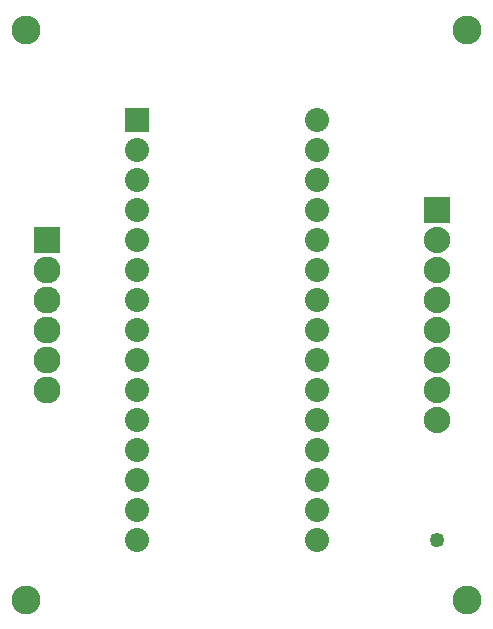
<source format=gbs>
G04 MADE WITH FRITZING*
G04 WWW.FRITZING.ORG*
G04 DOUBLE SIDED*
G04 HOLES PLATED*
G04 CONTOUR ON CENTER OF CONTOUR VECTOR*
%ASAXBY*%
%FSLAX23Y23*%
%MOIN*%
%OFA0B0*%
%SFA1.0B1.0*%
%ADD10C,0.090000*%
%ADD11C,0.088000*%
%ADD12C,0.096614*%
%ADD13C,0.049370*%
%ADD14C,0.080000*%
%ADD15R,0.090000X0.090000*%
%ADD16R,0.088000X0.088000*%
%ADD17R,0.079972X0.080000*%
%LNMASK0*%
G90*
G70*
G54D10*
X157Y1279D03*
X157Y1179D03*
X157Y1079D03*
X157Y979D03*
X157Y879D03*
X157Y779D03*
G54D11*
X1457Y1379D03*
X1457Y1279D03*
X1457Y1179D03*
X1457Y1079D03*
X1457Y979D03*
X1457Y879D03*
X1457Y779D03*
X1457Y679D03*
G54D12*
X1557Y79D03*
X1557Y1979D03*
X88Y79D03*
X88Y1979D03*
G54D13*
X1457Y279D03*
G54D14*
X457Y1679D03*
X457Y1579D03*
X457Y1479D03*
X457Y1379D03*
X457Y1279D03*
X457Y1179D03*
X457Y1079D03*
X457Y979D03*
X457Y879D03*
X457Y779D03*
X457Y679D03*
X457Y579D03*
X457Y479D03*
X457Y379D03*
X457Y279D03*
X1057Y1679D03*
X1057Y1579D03*
X1057Y1479D03*
X1057Y1379D03*
X1057Y1279D03*
X1057Y1179D03*
X1057Y1079D03*
X1057Y979D03*
X1057Y879D03*
X1057Y779D03*
X1057Y679D03*
X1057Y579D03*
X1057Y479D03*
X1057Y379D03*
X1057Y279D03*
G54D15*
X157Y1279D03*
G54D16*
X1457Y1379D03*
G54D17*
X457Y1679D03*
G04 End of Mask0*
M02*
</source>
